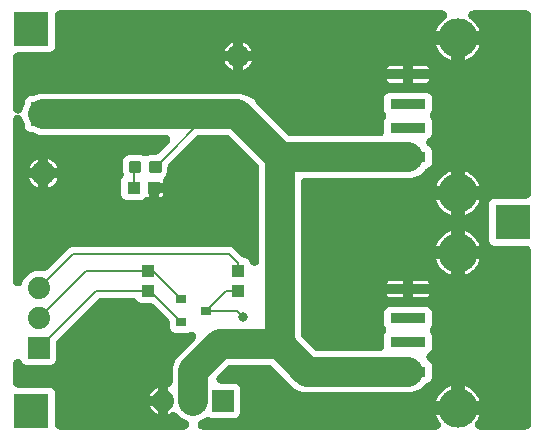
<source format=gbr>
G04 EAGLE Gerber RS-274X export*
G75*
%MOMM*%
%FSLAX34Y34*%
%LPD*%
%INTop Copper*%
%IPPOS*%
%AMOC8*
5,1,8,0,0,1.08239X$1,22.5*%
G01*
%ADD10C,1.930400*%
%ADD11R,1.930400X1.930400*%
%ADD12C,0.300000*%
%ADD13R,0.900000X0.800000*%
%ADD14R,1.000000X1.100000*%
%ADD15R,1.100000X1.000000*%
%ADD16C,3.327400*%
%ADD17R,3.000000X0.900000*%
%ADD18R,1.879600X1.879600*%
%ADD19C,1.879600*%
%ADD20R,2.032000X2.032000*%
%ADD21C,2.032000*%
%ADD22C,0.203200*%
%ADD23C,0.806400*%
%ADD24C,0.830581*%
%ADD25C,2.500000*%
%ADD26R,3.000000X3.000000*%

G36*
X369517Y11187D02*
X369517Y11187D01*
X369672Y11188D01*
X369804Y11207D01*
X369938Y11217D01*
X370089Y11249D01*
X370242Y11271D01*
X370370Y11308D01*
X370502Y11336D01*
X370647Y11388D01*
X370795Y11431D01*
X370917Y11486D01*
X371043Y11532D01*
X371180Y11604D01*
X371320Y11667D01*
X371434Y11738D01*
X371553Y11801D01*
X371678Y11891D01*
X371808Y11973D01*
X371911Y12059D01*
X372020Y12138D01*
X372131Y12244D01*
X372249Y12343D01*
X372339Y12443D01*
X372436Y12536D01*
X372532Y12657D01*
X372635Y12771D01*
X372710Y12883D01*
X372793Y12988D01*
X372871Y13121D01*
X372957Y13249D01*
X373016Y13369D01*
X373084Y13485D01*
X373143Y13628D01*
X373210Y13766D01*
X373252Y13894D01*
X373303Y14018D01*
X373342Y14167D01*
X373390Y14313D01*
X373413Y14446D01*
X373447Y14575D01*
X373464Y14728D01*
X373491Y14880D01*
X373497Y15015D01*
X373512Y15148D01*
X373508Y15302D01*
X373514Y15456D01*
X373500Y15590D01*
X373497Y15724D01*
X373472Y15876D01*
X373456Y16029D01*
X373425Y16159D01*
X373403Y16292D01*
X373356Y16439D01*
X373320Y16589D01*
X373271Y16713D01*
X373230Y16842D01*
X373164Y16981D01*
X373108Y17124D01*
X373041Y17241D01*
X372984Y17362D01*
X372899Y17491D01*
X372823Y17625D01*
X372702Y17791D01*
X372668Y17844D01*
X372646Y17869D01*
X372610Y17918D01*
X372165Y18476D01*
X371019Y20300D01*
X370084Y22241D01*
X369534Y23813D01*
X386204Y23813D01*
X386401Y23827D01*
X386599Y23832D01*
X386688Y23847D01*
X386779Y23853D01*
X386972Y23894D01*
X387167Y23926D01*
X387254Y23954D01*
X387342Y23972D01*
X387528Y24039D01*
X387717Y24099D01*
X387799Y24137D01*
X387836Y24151D01*
X387974Y24087D01*
X388061Y24060D01*
X388145Y24026D01*
X388336Y23976D01*
X388525Y23919D01*
X388615Y23905D01*
X388702Y23882D01*
X388898Y23860D01*
X389094Y23829D01*
X389218Y23824D01*
X389275Y23817D01*
X389332Y23819D01*
X389456Y23813D01*
X406126Y23813D01*
X405576Y22241D01*
X404641Y20300D01*
X403495Y18476D01*
X403050Y17918D01*
X402963Y17791D01*
X402867Y17670D01*
X402799Y17554D01*
X402723Y17444D01*
X402654Y17306D01*
X402576Y17173D01*
X402525Y17049D01*
X402465Y16929D01*
X402416Y16783D01*
X402357Y16640D01*
X402323Y16510D01*
X402280Y16383D01*
X402252Y16232D01*
X402213Y16082D01*
X402198Y15949D01*
X402173Y15817D01*
X402166Y15663D01*
X402148Y15510D01*
X402152Y15376D01*
X402145Y15242D01*
X402159Y15088D01*
X402163Y14934D01*
X402185Y14802D01*
X402197Y14668D01*
X402232Y14518D01*
X402257Y14366D01*
X402298Y14238D01*
X402328Y14107D01*
X402383Y13964D01*
X402430Y13816D01*
X402487Y13695D01*
X402535Y13570D01*
X402610Y13435D01*
X402676Y13296D01*
X402750Y13183D01*
X402815Y13066D01*
X402908Y12943D01*
X402992Y12814D01*
X403081Y12713D01*
X403162Y12606D01*
X403270Y12497D01*
X403372Y12381D01*
X403474Y12293D01*
X403568Y12199D01*
X403691Y12106D01*
X403808Y12005D01*
X403921Y11932D01*
X404028Y11851D01*
X404162Y11776D01*
X404292Y11693D01*
X404414Y11636D01*
X404531Y11571D01*
X404675Y11515D01*
X404815Y11450D01*
X404943Y11411D01*
X405068Y11363D01*
X405218Y11327D01*
X405366Y11282D01*
X405498Y11261D01*
X405629Y11231D01*
X405782Y11217D01*
X405935Y11193D01*
X406140Y11184D01*
X406202Y11178D01*
X406236Y11179D01*
X406296Y11177D01*
X445681Y11177D01*
X445878Y11190D01*
X446076Y11196D01*
X446165Y11210D01*
X446256Y11217D01*
X446449Y11258D01*
X446644Y11290D01*
X446731Y11317D01*
X446819Y11336D01*
X447005Y11403D01*
X447194Y11462D01*
X447276Y11501D01*
X447361Y11532D01*
X447535Y11624D01*
X447714Y11709D01*
X447790Y11758D01*
X447870Y11801D01*
X448030Y11916D01*
X448196Y12025D01*
X448264Y12085D01*
X448337Y12138D01*
X448480Y12274D01*
X448629Y12405D01*
X448688Y12473D01*
X448754Y12536D01*
X448876Y12691D01*
X449005Y12841D01*
X449054Y12917D01*
X449110Y12988D01*
X449210Y13159D01*
X449317Y13325D01*
X449356Y13407D01*
X449401Y13485D01*
X449477Y13668D01*
X449560Y13847D01*
X449586Y13934D01*
X449621Y14018D01*
X449670Y14209D01*
X449728Y14398D01*
X449742Y14488D01*
X449764Y14575D01*
X449787Y14772D01*
X449817Y14967D01*
X449823Y15091D01*
X449829Y15148D01*
X449828Y15205D01*
X449833Y15329D01*
X449833Y162537D01*
X449820Y162734D01*
X449814Y162932D01*
X449800Y163021D01*
X449793Y163112D01*
X449752Y163305D01*
X449720Y163500D01*
X449693Y163587D01*
X449674Y163675D01*
X449607Y163861D01*
X449548Y164050D01*
X449509Y164132D01*
X449478Y164217D01*
X449386Y164391D01*
X449301Y164570D01*
X449252Y164646D01*
X449209Y164726D01*
X449094Y164886D01*
X448985Y165052D01*
X448925Y165120D01*
X448872Y165193D01*
X448736Y165336D01*
X448605Y165485D01*
X448537Y165544D01*
X448474Y165610D01*
X448319Y165732D01*
X448169Y165861D01*
X448093Y165910D01*
X448022Y165966D01*
X447851Y166066D01*
X447685Y166173D01*
X447603Y166212D01*
X447525Y166257D01*
X447342Y166333D01*
X447163Y166416D01*
X447076Y166442D01*
X446992Y166477D01*
X446801Y166526D01*
X446612Y166584D01*
X446522Y166598D01*
X446435Y166620D01*
X446238Y166643D01*
X446043Y166673D01*
X445919Y166679D01*
X445862Y166685D01*
X445805Y166684D01*
X445681Y166689D01*
X418345Y166689D01*
X416507Y167451D01*
X415101Y168857D01*
X414339Y170695D01*
X414339Y202685D01*
X415101Y204523D01*
X416507Y205929D01*
X418345Y206691D01*
X445681Y206691D01*
X445878Y206704D01*
X446076Y206710D01*
X446165Y206724D01*
X446256Y206731D01*
X446449Y206772D01*
X446644Y206804D01*
X446731Y206831D01*
X446819Y206850D01*
X447005Y206917D01*
X447194Y206976D01*
X447276Y207015D01*
X447361Y207046D01*
X447535Y207138D01*
X447714Y207223D01*
X447790Y207272D01*
X447870Y207315D01*
X448030Y207430D01*
X448196Y207539D01*
X448264Y207599D01*
X448337Y207652D01*
X448480Y207788D01*
X448629Y207919D01*
X448688Y207987D01*
X448754Y208050D01*
X448876Y208205D01*
X449005Y208355D01*
X449054Y208431D01*
X449110Y208502D01*
X449210Y208673D01*
X449317Y208839D01*
X449356Y208921D01*
X449401Y208999D01*
X449477Y209182D01*
X449560Y209361D01*
X449586Y209448D01*
X449621Y209532D01*
X449670Y209723D01*
X449728Y209912D01*
X449742Y210002D01*
X449764Y210089D01*
X449787Y210286D01*
X449817Y210481D01*
X449823Y210605D01*
X449829Y210662D01*
X449828Y210719D01*
X449833Y210843D01*
X449833Y361861D01*
X449820Y362058D01*
X449814Y362256D01*
X449800Y362345D01*
X449793Y362436D01*
X449752Y362629D01*
X449720Y362824D01*
X449693Y362911D01*
X449674Y362999D01*
X449607Y363185D01*
X449548Y363374D01*
X449509Y363456D01*
X449478Y363541D01*
X449386Y363715D01*
X449301Y363894D01*
X449252Y363970D01*
X449209Y364050D01*
X449094Y364210D01*
X448985Y364376D01*
X448925Y364444D01*
X448872Y364517D01*
X448736Y364660D01*
X448605Y364809D01*
X448537Y364868D01*
X448474Y364934D01*
X448319Y365056D01*
X448169Y365185D01*
X448093Y365234D01*
X448022Y365290D01*
X447851Y365390D01*
X447685Y365497D01*
X447603Y365536D01*
X447525Y365581D01*
X447342Y365657D01*
X447163Y365740D01*
X447076Y365766D01*
X446992Y365801D01*
X446801Y365850D01*
X446612Y365908D01*
X446522Y365922D01*
X446435Y365944D01*
X446238Y365967D01*
X446043Y365997D01*
X445919Y366003D01*
X445862Y366009D01*
X445805Y366008D01*
X445681Y366013D01*
X400898Y366013D01*
X400619Y365994D01*
X400346Y365976D01*
X400335Y365974D01*
X400323Y365973D01*
X400050Y365916D01*
X399782Y365861D01*
X399771Y365857D01*
X399760Y365854D01*
X399500Y365760D01*
X399239Y365668D01*
X399229Y365662D01*
X399218Y365658D01*
X398973Y365529D01*
X398728Y365401D01*
X398719Y365395D01*
X398709Y365389D01*
X398484Y365227D01*
X398259Y365067D01*
X398251Y365059D01*
X398241Y365052D01*
X398041Y364861D01*
X397841Y364671D01*
X397834Y364662D01*
X397825Y364654D01*
X397653Y364437D01*
X397481Y364221D01*
X397476Y364211D01*
X397468Y364202D01*
X397329Y363964D01*
X397188Y363726D01*
X397183Y363715D01*
X397177Y363705D01*
X397072Y363450D01*
X396965Y363194D01*
X396962Y363183D01*
X396958Y363172D01*
X396889Y362904D01*
X396819Y362637D01*
X396817Y362626D01*
X396814Y362615D01*
X396783Y362339D01*
X396751Y362065D01*
X396751Y362054D01*
X396749Y362042D01*
X396757Y361765D01*
X396762Y361490D01*
X396764Y361478D01*
X396764Y361466D01*
X396810Y361193D01*
X396853Y360921D01*
X396857Y360910D01*
X396859Y360898D01*
X396942Y360633D01*
X397022Y360370D01*
X397027Y360360D01*
X397031Y360348D01*
X397150Y360097D01*
X397266Y359848D01*
X397272Y359839D01*
X397277Y359828D01*
X397430Y359596D01*
X397580Y359365D01*
X397587Y359356D01*
X397594Y359346D01*
X397776Y359139D01*
X397957Y358930D01*
X397966Y358922D01*
X397973Y358913D01*
X398183Y358733D01*
X398391Y358551D01*
X398403Y358543D01*
X398409Y358537D01*
X398435Y358521D01*
X398689Y358345D01*
X398945Y358184D01*
X400629Y356841D01*
X402152Y355318D01*
X403495Y353634D01*
X404641Y351810D01*
X405576Y349869D01*
X406126Y348297D01*
X389456Y348297D01*
X389259Y348283D01*
X389061Y348278D01*
X388972Y348263D01*
X388881Y348257D01*
X388688Y348216D01*
X388493Y348184D01*
X388406Y348156D01*
X388318Y348138D01*
X388132Y348071D01*
X387943Y348011D01*
X387861Y347973D01*
X387824Y347959D01*
X387686Y348023D01*
X387599Y348050D01*
X387515Y348084D01*
X387324Y348134D01*
X387135Y348191D01*
X387045Y348205D01*
X386958Y348228D01*
X386762Y348250D01*
X386566Y348281D01*
X386442Y348286D01*
X386385Y348293D01*
X386328Y348291D01*
X386204Y348297D01*
X369534Y348297D01*
X370084Y349869D01*
X371019Y351810D01*
X372165Y353634D01*
X373508Y355318D01*
X375031Y356841D01*
X376715Y358184D01*
X376971Y358345D01*
X377195Y358508D01*
X377419Y358670D01*
X377427Y358678D01*
X377436Y358685D01*
X377635Y358877D01*
X377835Y359068D01*
X377842Y359077D01*
X377850Y359085D01*
X378020Y359303D01*
X378192Y359520D01*
X378198Y359530D01*
X378205Y359539D01*
X378342Y359777D01*
X378483Y360017D01*
X378487Y360028D01*
X378493Y360038D01*
X378596Y360292D01*
X378702Y360550D01*
X378705Y360561D01*
X378709Y360572D01*
X378777Y360840D01*
X378846Y361108D01*
X378847Y361119D01*
X378850Y361131D01*
X378879Y361405D01*
X378911Y361680D01*
X378910Y361692D01*
X378911Y361703D01*
X378903Y361978D01*
X378896Y362256D01*
X378894Y362267D01*
X378893Y362279D01*
X378847Y362550D01*
X378801Y362824D01*
X378798Y362835D01*
X378796Y362847D01*
X378712Y363108D01*
X378629Y363374D01*
X378624Y363384D01*
X378621Y363395D01*
X378502Y363643D01*
X378383Y363894D01*
X378376Y363904D01*
X378371Y363915D01*
X378219Y364144D01*
X378066Y364376D01*
X378059Y364384D01*
X378052Y364394D01*
X377869Y364600D01*
X377687Y364809D01*
X377678Y364816D01*
X377670Y364825D01*
X377460Y365004D01*
X377251Y365185D01*
X377241Y365191D01*
X377232Y365199D01*
X376999Y365348D01*
X376767Y365497D01*
X376756Y365502D01*
X376746Y365509D01*
X376495Y365623D01*
X376244Y365740D01*
X376233Y365743D01*
X376222Y365748D01*
X375956Y365827D01*
X375693Y365908D01*
X375682Y365909D01*
X375670Y365913D01*
X375398Y365954D01*
X375124Y365997D01*
X375110Y365998D01*
X375101Y365999D01*
X375071Y366000D01*
X374762Y366013D01*
X50823Y366013D01*
X50626Y366000D01*
X50428Y365994D01*
X50339Y365980D01*
X50248Y365973D01*
X50055Y365932D01*
X49860Y365900D01*
X49773Y365873D01*
X49685Y365854D01*
X49499Y365787D01*
X49310Y365728D01*
X49228Y365689D01*
X49143Y365658D01*
X48969Y365566D01*
X48790Y365481D01*
X48714Y365432D01*
X48634Y365389D01*
X48474Y365274D01*
X48308Y365165D01*
X48240Y365105D01*
X48167Y365052D01*
X48024Y364916D01*
X47875Y364785D01*
X47816Y364717D01*
X47750Y364654D01*
X47628Y364499D01*
X47499Y364349D01*
X47450Y364273D01*
X47394Y364202D01*
X47294Y364031D01*
X47187Y363865D01*
X47148Y363783D01*
X47103Y363705D01*
X47027Y363522D01*
X46944Y363343D01*
X46918Y363256D01*
X46883Y363172D01*
X46834Y362981D01*
X46776Y362792D01*
X46762Y362702D01*
X46740Y362615D01*
X46717Y362418D01*
X46687Y362223D01*
X46681Y362099D01*
X46675Y362042D01*
X46676Y361985D01*
X46671Y361861D01*
X46671Y334525D01*
X45909Y332687D01*
X44503Y331281D01*
X42665Y330519D01*
X15329Y330519D01*
X15132Y330506D01*
X14934Y330500D01*
X14845Y330486D01*
X14754Y330479D01*
X14561Y330438D01*
X14366Y330406D01*
X14279Y330379D01*
X14191Y330360D01*
X14005Y330293D01*
X13816Y330234D01*
X13734Y330195D01*
X13649Y330164D01*
X13475Y330072D01*
X13296Y329987D01*
X13220Y329938D01*
X13140Y329895D01*
X12980Y329780D01*
X12814Y329671D01*
X12746Y329611D01*
X12673Y329558D01*
X12530Y329422D01*
X12381Y329291D01*
X12322Y329223D01*
X12256Y329160D01*
X12134Y329005D01*
X12005Y328855D01*
X11956Y328779D01*
X11900Y328708D01*
X11800Y328537D01*
X11693Y328371D01*
X11654Y328289D01*
X11609Y328211D01*
X11533Y328028D01*
X11450Y327849D01*
X11424Y327762D01*
X11389Y327678D01*
X11340Y327487D01*
X11282Y327298D01*
X11268Y327208D01*
X11246Y327121D01*
X11223Y326924D01*
X11193Y326729D01*
X11187Y326605D01*
X11181Y326548D01*
X11182Y326491D01*
X11177Y326367D01*
X11177Y282803D01*
X11180Y282754D01*
X11178Y282705D01*
X11200Y282467D01*
X11217Y282229D01*
X11227Y282180D01*
X11232Y282131D01*
X11286Y281899D01*
X11336Y281665D01*
X11353Y281619D01*
X11364Y281571D01*
X11451Y281348D01*
X11532Y281124D01*
X11555Y281080D01*
X11573Y281034D01*
X11689Y280825D01*
X11801Y280614D01*
X11830Y280574D01*
X11854Y280531D01*
X11998Y280340D01*
X12138Y280147D01*
X12172Y280111D01*
X12202Y280072D01*
X12371Y279904D01*
X12536Y279731D01*
X12575Y279700D01*
X12610Y279665D01*
X12800Y279522D01*
X12988Y279374D01*
X13031Y279349D01*
X13070Y279319D01*
X13279Y279204D01*
X13485Y279083D01*
X13531Y279064D01*
X13574Y279040D01*
X13797Y278954D01*
X14018Y278864D01*
X14066Y278851D01*
X14112Y278834D01*
X14345Y278780D01*
X14575Y278720D01*
X14625Y278715D01*
X14673Y278703D01*
X14910Y278682D01*
X15148Y278655D01*
X15197Y278656D01*
X15247Y278652D01*
X15485Y278664D01*
X15724Y278670D01*
X15772Y278678D01*
X15822Y278681D01*
X16056Y278725D01*
X16292Y278764D01*
X16339Y278779D01*
X16388Y278789D01*
X16614Y278865D01*
X16842Y278937D01*
X16886Y278958D01*
X16933Y278974D01*
X17146Y279081D01*
X17362Y279183D01*
X17404Y279210D01*
X17448Y279233D01*
X17644Y279368D01*
X17844Y279499D01*
X17881Y279532D01*
X17921Y279560D01*
X18097Y279722D01*
X18277Y279879D01*
X18309Y279917D01*
X18345Y279950D01*
X18497Y280134D01*
X18653Y280315D01*
X18680Y280357D01*
X18711Y280395D01*
X18836Y280598D01*
X18965Y280799D01*
X18986Y280844D01*
X19012Y280886D01*
X19165Y281214D01*
X21353Y286497D01*
X21372Y286552D01*
X21396Y286604D01*
X21463Y286825D01*
X21536Y287043D01*
X21547Y287100D01*
X21564Y287156D01*
X21600Y287384D01*
X21642Y287610D01*
X21644Y287667D01*
X21653Y287724D01*
X21669Y288086D01*
X21669Y289285D01*
X22431Y291123D01*
X23837Y292529D01*
X25675Y293291D01*
X26874Y293291D01*
X26931Y293295D01*
X26989Y293292D01*
X27218Y293315D01*
X27448Y293331D01*
X27505Y293343D01*
X27562Y293348D01*
X27786Y293402D01*
X28012Y293450D01*
X28066Y293469D01*
X28122Y293483D01*
X28463Y293607D01*
X33349Y295631D01*
X204541Y295631D01*
X210973Y292966D01*
X211054Y292885D01*
X211098Y292847D01*
X211137Y292805D01*
X211315Y292659D01*
X211489Y292507D01*
X211537Y292476D01*
X211582Y292439D01*
X211779Y292319D01*
X211972Y292193D01*
X212024Y292169D01*
X212073Y292138D01*
X212401Y291985D01*
X214415Y291151D01*
X215821Y289745D01*
X216655Y287731D01*
X216681Y287680D01*
X216701Y287625D01*
X216809Y287422D01*
X216827Y287387D01*
X216850Y287338D01*
X216855Y287331D01*
X216912Y287216D01*
X216945Y287168D01*
X216972Y287117D01*
X217107Y286931D01*
X217238Y286741D01*
X217277Y286698D01*
X217311Y286651D01*
X217555Y286384D01*
X243363Y260577D01*
X243369Y260571D01*
X243375Y260565D01*
X243583Y260385D01*
X243797Y260199D01*
X243805Y260194D01*
X243811Y260189D01*
X244044Y260038D01*
X244280Y259885D01*
X244288Y259881D01*
X244295Y259877D01*
X244549Y259758D01*
X244802Y259640D01*
X244810Y259638D01*
X244817Y259634D01*
X245087Y259552D01*
X245352Y259470D01*
X245360Y259469D01*
X245368Y259466D01*
X245649Y259422D01*
X245921Y259378D01*
X245929Y259378D01*
X245937Y259377D01*
X246299Y259361D01*
X321557Y259361D01*
X321754Y259374D01*
X321952Y259380D01*
X322041Y259394D01*
X322132Y259401D01*
X322325Y259442D01*
X322520Y259474D01*
X322607Y259501D01*
X322695Y259520D01*
X322881Y259587D01*
X323070Y259646D01*
X323152Y259685D01*
X323237Y259716D01*
X323411Y259808D01*
X323590Y259893D01*
X323666Y259942D01*
X323746Y259985D01*
X323906Y260100D01*
X324072Y260209D01*
X324140Y260269D01*
X324213Y260322D01*
X324356Y260458D01*
X324505Y260589D01*
X324564Y260657D01*
X324630Y260720D01*
X324752Y260875D01*
X324881Y261025D01*
X324930Y261101D01*
X324986Y261172D01*
X325086Y261343D01*
X325193Y261509D01*
X325232Y261591D01*
X325277Y261669D01*
X325353Y261852D01*
X325436Y262031D01*
X325462Y262118D01*
X325497Y262202D01*
X325546Y262393D01*
X325604Y262582D01*
X325618Y262672D01*
X325640Y262759D01*
X325663Y262956D01*
X325693Y263151D01*
X325699Y263275D01*
X325705Y263332D01*
X325704Y263389D01*
X325709Y263513D01*
X325709Y272355D01*
X326498Y274259D01*
X326520Y274290D01*
X326580Y274358D01*
X326688Y274524D01*
X326803Y274685D01*
X326845Y274765D01*
X326894Y274841D01*
X326978Y275020D01*
X327070Y275195D01*
X327100Y275281D01*
X327139Y275363D01*
X327197Y275552D01*
X327263Y275738D01*
X327282Y275826D01*
X327309Y275913D01*
X327340Y276108D01*
X327380Y276302D01*
X327386Y276392D01*
X327401Y276482D01*
X327405Y276679D01*
X327418Y276877D01*
X327411Y276967D01*
X327413Y277057D01*
X327390Y277254D01*
X327376Y277451D01*
X327357Y277539D01*
X327346Y277629D01*
X327296Y277821D01*
X327254Y278014D01*
X327223Y278099D01*
X327200Y278187D01*
X327124Y278369D01*
X327056Y278555D01*
X327014Y278635D01*
X326979Y278718D01*
X326878Y278889D01*
X326785Y279063D01*
X326732Y279136D01*
X326686Y279214D01*
X326563Y279369D01*
X326501Y279454D01*
X325709Y281365D01*
X325709Y292355D01*
X326471Y294193D01*
X327877Y295599D01*
X329715Y296361D01*
X361705Y296361D01*
X363543Y295599D01*
X364949Y294193D01*
X365711Y292355D01*
X365711Y281365D01*
X364922Y279461D01*
X364900Y279430D01*
X364840Y279361D01*
X364732Y279196D01*
X364617Y279035D01*
X364575Y278955D01*
X364526Y278879D01*
X364442Y278700D01*
X364350Y278524D01*
X364320Y278439D01*
X364281Y278357D01*
X364223Y278169D01*
X364156Y277982D01*
X364138Y277893D01*
X364111Y277807D01*
X364080Y277612D01*
X364040Y277418D01*
X364034Y277327D01*
X364019Y277238D01*
X364015Y277041D01*
X364002Y276843D01*
X364009Y276753D01*
X364007Y276662D01*
X364030Y276466D01*
X364044Y276269D01*
X364063Y276180D01*
X364074Y276090D01*
X364124Y275899D01*
X364166Y275706D01*
X364197Y275621D01*
X364220Y275533D01*
X364296Y275350D01*
X364364Y275165D01*
X364406Y275085D01*
X364441Y275001D01*
X364542Y274831D01*
X364635Y274657D01*
X364688Y274583D01*
X364734Y274505D01*
X364857Y274351D01*
X364919Y274266D01*
X365711Y272355D01*
X365711Y261365D01*
X364949Y259527D01*
X363531Y258109D01*
X363379Y258024D01*
X363210Y257939D01*
X363128Y257883D01*
X363041Y257835D01*
X362891Y257721D01*
X362734Y257614D01*
X362661Y257547D01*
X362582Y257487D01*
X362449Y257353D01*
X362309Y257225D01*
X362246Y257149D01*
X362176Y257079D01*
X362062Y256928D01*
X361941Y256782D01*
X361889Y256698D01*
X361830Y256619D01*
X361738Y256453D01*
X361639Y256292D01*
X361599Y256201D01*
X361551Y256115D01*
X361483Y255938D01*
X361407Y255765D01*
X361380Y255670D01*
X361344Y255577D01*
X361301Y255393D01*
X361250Y255211D01*
X361236Y255112D01*
X361214Y255016D01*
X361197Y254828D01*
X361171Y254640D01*
X361171Y254541D01*
X361163Y254442D01*
X361172Y254253D01*
X361172Y254064D01*
X361186Y253966D01*
X361191Y253867D01*
X361227Y253681D01*
X361253Y253494D01*
X361281Y253398D01*
X361299Y253301D01*
X361360Y253122D01*
X361412Y252940D01*
X361452Y252850D01*
X361484Y252756D01*
X361569Y252587D01*
X361646Y252414D01*
X361699Y252330D01*
X361743Y252241D01*
X361851Y252085D01*
X361951Y251925D01*
X362014Y251849D01*
X362071Y251767D01*
X362199Y251628D01*
X362320Y251483D01*
X362393Y251417D01*
X362461Y251344D01*
X362607Y251223D01*
X362747Y251096D01*
X362829Y251041D01*
X362906Y250978D01*
X363067Y250879D01*
X363223Y250772D01*
X363312Y250729D01*
X363397Y250677D01*
X363525Y250617D01*
X364949Y249193D01*
X365711Y247355D01*
X365711Y236365D01*
X364949Y234527D01*
X363543Y233121D01*
X361195Y232148D01*
X361143Y232122D01*
X361089Y232102D01*
X360885Y231994D01*
X360679Y231891D01*
X360632Y231859D01*
X360581Y231831D01*
X360394Y231696D01*
X360204Y231566D01*
X360162Y231527D01*
X360115Y231493D01*
X359848Y231248D01*
X355623Y227024D01*
X349191Y224359D01*
X258983Y224359D01*
X258786Y224346D01*
X258588Y224340D01*
X258499Y224326D01*
X258408Y224319D01*
X258215Y224278D01*
X258020Y224246D01*
X257933Y224219D01*
X257845Y224200D01*
X257659Y224133D01*
X257470Y224074D01*
X257388Y224035D01*
X257303Y224004D01*
X257129Y223912D01*
X256950Y223827D01*
X256874Y223778D01*
X256794Y223735D01*
X256634Y223620D01*
X256468Y223511D01*
X256400Y223451D01*
X256327Y223398D01*
X256184Y223262D01*
X256035Y223131D01*
X255976Y223063D01*
X255910Y223000D01*
X255788Y222845D01*
X255659Y222695D01*
X255610Y222619D01*
X255554Y222548D01*
X255454Y222377D01*
X255347Y222211D01*
X255308Y222129D01*
X255263Y222051D01*
X255187Y221868D01*
X255104Y221689D01*
X255078Y221602D01*
X255043Y221518D01*
X254994Y221327D01*
X254936Y221138D01*
X254922Y221048D01*
X254900Y220961D01*
X254877Y220764D01*
X254847Y220569D01*
X254841Y220445D01*
X254835Y220388D01*
X254836Y220331D01*
X254831Y220207D01*
X254831Y91679D01*
X254831Y91671D01*
X254831Y91662D01*
X254851Y91386D01*
X254871Y91104D01*
X254872Y91096D01*
X254873Y91088D01*
X254931Y90817D01*
X254990Y90541D01*
X254993Y90533D01*
X254994Y90525D01*
X255091Y90262D01*
X255186Y89999D01*
X255190Y89992D01*
X255192Y89984D01*
X255323Y89738D01*
X255455Y89490D01*
X255460Y89483D01*
X255463Y89476D01*
X255627Y89251D01*
X255792Y89023D01*
X255797Y89017D01*
X255802Y89010D01*
X256047Y88743D01*
X265823Y78967D01*
X265829Y78961D01*
X265835Y78955D01*
X266045Y78773D01*
X266257Y78589D01*
X266264Y78584D01*
X266271Y78579D01*
X266506Y78427D01*
X266740Y78275D01*
X266748Y78271D01*
X266755Y78267D01*
X267009Y78148D01*
X267262Y78030D01*
X267270Y78028D01*
X267277Y78024D01*
X267547Y77942D01*
X267812Y77860D01*
X267820Y77859D01*
X267828Y77856D01*
X268109Y77812D01*
X268381Y77768D01*
X268389Y77768D01*
X268397Y77767D01*
X268759Y77751D01*
X321557Y77751D01*
X321754Y77764D01*
X321952Y77770D01*
X322041Y77784D01*
X322132Y77791D01*
X322325Y77832D01*
X322520Y77864D01*
X322607Y77891D01*
X322695Y77910D01*
X322881Y77977D01*
X323070Y78036D01*
X323152Y78075D01*
X323237Y78106D01*
X323411Y78198D01*
X323590Y78283D01*
X323666Y78332D01*
X323746Y78375D01*
X323906Y78490D01*
X324072Y78599D01*
X324140Y78659D01*
X324213Y78712D01*
X324356Y78848D01*
X324505Y78979D01*
X324564Y79047D01*
X324630Y79110D01*
X324752Y79265D01*
X324881Y79415D01*
X324930Y79491D01*
X324986Y79562D01*
X325086Y79733D01*
X325193Y79899D01*
X325232Y79981D01*
X325277Y80059D01*
X325353Y80242D01*
X325436Y80421D01*
X325462Y80508D01*
X325497Y80592D01*
X325546Y80783D01*
X325604Y80972D01*
X325618Y81062D01*
X325640Y81149D01*
X325663Y81346D01*
X325693Y81541D01*
X325699Y81665D01*
X325705Y81722D01*
X325704Y81779D01*
X325709Y81903D01*
X325709Y90745D01*
X326498Y92649D01*
X326520Y92680D01*
X326580Y92749D01*
X326688Y92914D01*
X326803Y93075D01*
X326845Y93155D01*
X326894Y93231D01*
X326978Y93410D01*
X327070Y93586D01*
X327100Y93671D01*
X327139Y93753D01*
X327197Y93941D01*
X327264Y94128D01*
X327282Y94217D01*
X327309Y94303D01*
X327340Y94498D01*
X327380Y94692D01*
X327386Y94783D01*
X327401Y94872D01*
X327405Y95069D01*
X327418Y95267D01*
X327411Y95357D01*
X327413Y95448D01*
X327390Y95644D01*
X327376Y95841D01*
X327357Y95930D01*
X327346Y96020D01*
X327296Y96211D01*
X327254Y96404D01*
X327223Y96489D01*
X327200Y96577D01*
X327124Y96760D01*
X327056Y96945D01*
X327014Y97025D01*
X326979Y97109D01*
X326878Y97279D01*
X326785Y97453D01*
X326732Y97527D01*
X326686Y97605D01*
X326563Y97759D01*
X326501Y97844D01*
X325709Y99755D01*
X325709Y110745D01*
X326471Y112583D01*
X327877Y113989D01*
X329715Y114751D01*
X361705Y114751D01*
X363543Y113989D01*
X364949Y112583D01*
X365711Y110745D01*
X365711Y99755D01*
X364922Y97851D01*
X364900Y97820D01*
X364840Y97752D01*
X364732Y97586D01*
X364617Y97425D01*
X364575Y97345D01*
X364526Y97269D01*
X364442Y97090D01*
X364350Y96915D01*
X364320Y96829D01*
X364281Y96747D01*
X364223Y96558D01*
X364157Y96372D01*
X364138Y96284D01*
X364111Y96197D01*
X364080Y96002D01*
X364040Y95808D01*
X364034Y95718D01*
X364019Y95628D01*
X364015Y95431D01*
X364002Y95233D01*
X364009Y95143D01*
X364007Y95053D01*
X364030Y94856D01*
X364044Y94659D01*
X364063Y94571D01*
X364074Y94481D01*
X364124Y94289D01*
X364166Y94096D01*
X364197Y94011D01*
X364220Y93923D01*
X364296Y93741D01*
X364364Y93555D01*
X364406Y93475D01*
X364441Y93392D01*
X364542Y93221D01*
X364635Y93047D01*
X364688Y92974D01*
X364734Y92896D01*
X364857Y92741D01*
X364919Y92656D01*
X365711Y90745D01*
X365711Y79755D01*
X364949Y77917D01*
X363531Y76499D01*
X363379Y76414D01*
X363210Y76329D01*
X363128Y76273D01*
X363042Y76225D01*
X362890Y76111D01*
X362734Y76004D01*
X362661Y75937D01*
X362582Y75877D01*
X362449Y75743D01*
X362309Y75615D01*
X362246Y75539D01*
X362176Y75469D01*
X362062Y75318D01*
X361941Y75172D01*
X361889Y75088D01*
X361830Y75009D01*
X361738Y74843D01*
X361639Y74682D01*
X361599Y74591D01*
X361551Y74505D01*
X361483Y74328D01*
X361407Y74155D01*
X361380Y74059D01*
X361344Y73967D01*
X361301Y73783D01*
X361250Y73601D01*
X361236Y73502D01*
X361214Y73406D01*
X361197Y73218D01*
X361171Y73030D01*
X361171Y72931D01*
X361163Y72832D01*
X361172Y72643D01*
X361172Y72454D01*
X361186Y72356D01*
X361191Y72257D01*
X361227Y72071D01*
X361253Y71884D01*
X361281Y71789D01*
X361299Y71691D01*
X361360Y71512D01*
X361412Y71330D01*
X361452Y71240D01*
X361484Y71146D01*
X361569Y70977D01*
X361646Y70804D01*
X361699Y70720D01*
X361743Y70631D01*
X361851Y70475D01*
X361951Y70315D01*
X362014Y70239D01*
X362071Y70157D01*
X362199Y70018D01*
X362320Y69873D01*
X362394Y69806D01*
X362461Y69734D01*
X362607Y69613D01*
X362747Y69486D01*
X362829Y69431D01*
X362905Y69368D01*
X363067Y69269D01*
X363224Y69162D01*
X363312Y69119D01*
X363397Y69067D01*
X363525Y69007D01*
X364949Y67583D01*
X365711Y65745D01*
X365711Y54755D01*
X364949Y52917D01*
X363543Y51511D01*
X361195Y50538D01*
X361143Y50512D01*
X361089Y50492D01*
X360886Y50384D01*
X360679Y50281D01*
X360632Y50249D01*
X360581Y50221D01*
X360394Y50086D01*
X360204Y49956D01*
X360161Y49917D01*
X360115Y49883D01*
X359848Y49638D01*
X355623Y45414D01*
X349191Y42749D01*
X256309Y42749D01*
X249877Y45414D01*
X230347Y64943D01*
X230341Y64949D01*
X230335Y64955D01*
X230125Y65137D01*
X229913Y65321D01*
X229906Y65326D01*
X229899Y65331D01*
X229664Y65483D01*
X229430Y65635D01*
X229422Y65639D01*
X229415Y65643D01*
X229161Y65762D01*
X228908Y65880D01*
X228900Y65882D01*
X228893Y65886D01*
X228623Y65968D01*
X228358Y66050D01*
X228350Y66051D01*
X228342Y66054D01*
X228061Y66098D01*
X227789Y66142D01*
X227781Y66142D01*
X227773Y66143D01*
X227411Y66159D01*
X195499Y66159D01*
X195491Y66159D01*
X195482Y66159D01*
X195206Y66139D01*
X194924Y66119D01*
X194916Y66118D01*
X194908Y66117D01*
X194638Y66059D01*
X194361Y66000D01*
X194353Y65997D01*
X194345Y65996D01*
X194083Y65900D01*
X193819Y65804D01*
X193812Y65800D01*
X193804Y65798D01*
X193558Y65667D01*
X193310Y65535D01*
X193303Y65530D01*
X193296Y65527D01*
X193069Y65362D01*
X192843Y65198D01*
X192837Y65193D01*
X192830Y65188D01*
X192563Y64943D01*
X184667Y57047D01*
X184602Y56972D01*
X184530Y56904D01*
X184413Y56755D01*
X184289Y56612D01*
X184235Y56530D01*
X184173Y56452D01*
X184078Y56288D01*
X183974Y56130D01*
X183932Y56040D01*
X183882Y55955D01*
X183810Y55779D01*
X183730Y55608D01*
X183701Y55514D01*
X183663Y55422D01*
X183616Y55239D01*
X183560Y55058D01*
X183544Y54960D01*
X183519Y54864D01*
X183498Y54676D01*
X183468Y54489D01*
X183466Y54390D01*
X183454Y54292D01*
X183459Y54102D01*
X183455Y53913D01*
X183467Y53815D01*
X183469Y53716D01*
X183500Y53529D01*
X183522Y53341D01*
X183547Y53246D01*
X183564Y53148D01*
X183620Y52967D01*
X183668Y52784D01*
X183706Y52693D01*
X183736Y52598D01*
X183817Y52427D01*
X183890Y52252D01*
X183940Y52167D01*
X183982Y52078D01*
X184086Y51919D01*
X184183Y51756D01*
X184244Y51679D01*
X184299Y51596D01*
X184423Y51454D01*
X184541Y51306D01*
X184613Y51238D01*
X184678Y51163D01*
X184822Y51040D01*
X184959Y50909D01*
X185040Y50851D01*
X185114Y50787D01*
X185273Y50684D01*
X185428Y50574D01*
X185515Y50528D01*
X185598Y50475D01*
X185770Y50395D01*
X185938Y50307D01*
X186031Y50274D01*
X186121Y50232D01*
X186302Y50177D01*
X186480Y50113D01*
X186577Y50093D01*
X186672Y50064D01*
X186859Y50035D01*
X187044Y49996D01*
X187143Y49990D01*
X187241Y49975D01*
X187603Y49959D01*
X199623Y49959D01*
X201461Y49197D01*
X202867Y47791D01*
X203629Y45953D01*
X203629Y25167D01*
X202867Y23329D01*
X201461Y21923D01*
X199623Y21161D01*
X178837Y21161D01*
X178108Y21463D01*
X177874Y21542D01*
X177641Y21625D01*
X177601Y21633D01*
X177562Y21646D01*
X177319Y21692D01*
X177077Y21742D01*
X177036Y21744D01*
X176996Y21752D01*
X176749Y21763D01*
X176502Y21779D01*
X176461Y21776D01*
X176420Y21778D01*
X176175Y21755D01*
X175928Y21737D01*
X175888Y21728D01*
X175847Y21725D01*
X175606Y21668D01*
X175365Y21616D01*
X175326Y21602D01*
X175286Y21592D01*
X175056Y21503D01*
X174824Y21418D01*
X174788Y21398D01*
X174749Y21383D01*
X174534Y21263D01*
X174316Y21147D01*
X174283Y21122D01*
X174247Y21102D01*
X174050Y20953D01*
X173850Y20808D01*
X173811Y20772D01*
X173788Y20754D01*
X173766Y20733D01*
X169981Y19165D01*
X169936Y19143D01*
X169890Y19126D01*
X169678Y19014D01*
X169465Y18908D01*
X169424Y18880D01*
X169380Y18857D01*
X169187Y18718D01*
X168990Y18583D01*
X168953Y18549D01*
X168913Y18520D01*
X168741Y18355D01*
X168564Y18194D01*
X168533Y18156D01*
X168497Y18122D01*
X168349Y17934D01*
X168197Y17751D01*
X168171Y17709D01*
X168140Y17670D01*
X168019Y17463D01*
X167894Y17261D01*
X167874Y17215D01*
X167849Y17173D01*
X167758Y16952D01*
X167662Y16734D01*
X167649Y16686D01*
X167630Y16640D01*
X167570Y16409D01*
X167505Y16179D01*
X167499Y16130D01*
X167486Y16082D01*
X167459Y15845D01*
X167427Y15609D01*
X167427Y15559D01*
X167421Y15510D01*
X167427Y15270D01*
X167428Y15033D01*
X167435Y14984D01*
X167436Y14934D01*
X167475Y14698D01*
X167509Y14462D01*
X167522Y14415D01*
X167530Y14366D01*
X167602Y14138D01*
X167668Y13909D01*
X167688Y13864D01*
X167703Y13816D01*
X167805Y13600D01*
X167902Y13382D01*
X167928Y13341D01*
X167949Y13296D01*
X168080Y13096D01*
X168206Y12894D01*
X168238Y12856D01*
X168265Y12814D01*
X168423Y12635D01*
X168576Y12452D01*
X168613Y12418D01*
X168645Y12381D01*
X168826Y12225D01*
X169003Y12065D01*
X169044Y12037D01*
X169081Y12005D01*
X169282Y11875D01*
X169479Y11741D01*
X169523Y11719D01*
X169565Y11693D01*
X169782Y11592D01*
X169996Y11487D01*
X170043Y11471D01*
X170088Y11450D01*
X170316Y11381D01*
X170543Y11306D01*
X170591Y11297D01*
X170639Y11282D01*
X170875Y11245D01*
X171109Y11202D01*
X171159Y11200D01*
X171208Y11193D01*
X171569Y11177D01*
X369364Y11177D01*
X369517Y11187D01*
G37*
G36*
X15485Y132436D02*
X15485Y132436D01*
X15724Y132442D01*
X15772Y132450D01*
X15822Y132453D01*
X16056Y132498D01*
X16292Y132537D01*
X16339Y132552D01*
X16388Y132561D01*
X16613Y132637D01*
X16842Y132709D01*
X16886Y132730D01*
X16933Y132746D01*
X17146Y132853D01*
X17362Y132955D01*
X17403Y132983D01*
X17448Y133005D01*
X17644Y133141D01*
X17844Y133272D01*
X17881Y133304D01*
X17921Y133332D01*
X18097Y133494D01*
X18277Y133651D01*
X18309Y133689D01*
X18345Y133722D01*
X18497Y133907D01*
X18653Y134087D01*
X18680Y134129D01*
X18711Y134167D01*
X18836Y134371D01*
X18965Y134571D01*
X18986Y134616D01*
X19012Y134658D01*
X19165Y134987D01*
X20813Y138966D01*
X24864Y143017D01*
X30156Y145209D01*
X35984Y145209D01*
X36006Y145201D01*
X36248Y145156D01*
X36491Y145106D01*
X36532Y145103D01*
X36573Y145096D01*
X36818Y145084D01*
X37066Y145068D01*
X37107Y145071D01*
X37148Y145069D01*
X37393Y145092D01*
X37640Y145110D01*
X37681Y145119D01*
X37721Y145123D01*
X37961Y145180D01*
X38203Y145232D01*
X38242Y145246D01*
X38282Y145255D01*
X38512Y145345D01*
X38744Y145430D01*
X38781Y145449D01*
X38819Y145464D01*
X39034Y145584D01*
X39252Y145701D01*
X39286Y145725D01*
X39322Y145745D01*
X39518Y145894D01*
X39718Y146040D01*
X39757Y146075D01*
X39781Y146093D01*
X39823Y146136D01*
X39985Y146284D01*
X58822Y165121D01*
X61033Y166037D01*
X195507Y166037D01*
X197718Y165121D01*
X205462Y157377D01*
X205468Y157371D01*
X205474Y157365D01*
X205685Y157183D01*
X205897Y156999D01*
X205904Y156994D01*
X205910Y156989D01*
X206146Y156837D01*
X206379Y156685D01*
X206387Y156681D01*
X206394Y156677D01*
X206648Y156558D01*
X206901Y156440D01*
X206909Y156438D01*
X206916Y156434D01*
X207186Y156352D01*
X207451Y156270D01*
X207459Y156269D01*
X207467Y156266D01*
X207749Y156222D01*
X207795Y156214D01*
X209763Y155399D01*
X211169Y153993D01*
X211841Y152371D01*
X211863Y152327D01*
X211880Y152280D01*
X211991Y152069D01*
X212098Y151856D01*
X212126Y151815D01*
X212149Y151771D01*
X212289Y151577D01*
X212423Y151381D01*
X212457Y151344D01*
X212486Y151304D01*
X212651Y151131D01*
X212812Y150955D01*
X212850Y150924D01*
X212884Y150888D01*
X213071Y150740D01*
X213255Y150588D01*
X213297Y150562D01*
X213336Y150531D01*
X213542Y150410D01*
X213745Y150285D01*
X213791Y150265D01*
X213833Y150240D01*
X214054Y150149D01*
X214272Y150053D01*
X214320Y150039D01*
X214366Y150021D01*
X214597Y149961D01*
X214827Y149896D01*
X214876Y149889D01*
X214924Y149877D01*
X215161Y149850D01*
X215397Y149818D01*
X215447Y149818D01*
X215496Y149812D01*
X215735Y149818D01*
X215973Y149819D01*
X216022Y149826D01*
X216072Y149827D01*
X216307Y149866D01*
X216544Y149899D01*
X216591Y149913D01*
X216640Y149921D01*
X216868Y149993D01*
X217097Y150058D01*
X217142Y150079D01*
X217190Y150093D01*
X217406Y150196D01*
X217624Y150293D01*
X217665Y150319D01*
X217710Y150340D01*
X217910Y150471D01*
X218112Y150597D01*
X218150Y150629D01*
X218192Y150656D01*
X218371Y150814D01*
X218554Y150967D01*
X218587Y151003D01*
X218625Y151036D01*
X218781Y151217D01*
X218941Y151394D01*
X218969Y151434D01*
X219001Y151472D01*
X219131Y151673D01*
X219265Y151870D01*
X219287Y151914D01*
X219313Y151956D01*
X219414Y152172D01*
X219519Y152387D01*
X219535Y152434D01*
X219556Y152478D01*
X219625Y152707D01*
X219700Y152933D01*
X219709Y152982D01*
X219724Y153029D01*
X219761Y153266D01*
X219804Y153500D01*
X219806Y153549D01*
X219813Y153598D01*
X219829Y153960D01*
X219829Y232891D01*
X219829Y232899D01*
X219829Y232908D01*
X219809Y233184D01*
X219789Y233466D01*
X219788Y233474D01*
X219787Y233482D01*
X219729Y233751D01*
X219670Y234029D01*
X219667Y234037D01*
X219666Y234045D01*
X219569Y234308D01*
X219474Y234571D01*
X219470Y234578D01*
X219468Y234586D01*
X219337Y234831D01*
X219205Y235080D01*
X219200Y235087D01*
X219197Y235094D01*
X219033Y235319D01*
X218868Y235547D01*
X218863Y235553D01*
X218858Y235560D01*
X218613Y235827D01*
X195027Y259413D01*
X195021Y259419D01*
X195015Y259425D01*
X194805Y259607D01*
X194593Y259791D01*
X194586Y259796D01*
X194579Y259801D01*
X194344Y259953D01*
X194110Y260105D01*
X194102Y260109D01*
X194095Y260113D01*
X193841Y260232D01*
X193588Y260350D01*
X193580Y260352D01*
X193573Y260356D01*
X193303Y260438D01*
X193038Y260520D01*
X193030Y260521D01*
X193022Y260524D01*
X192741Y260568D01*
X192469Y260612D01*
X192461Y260612D01*
X192453Y260613D01*
X192091Y260629D01*
X169138Y260629D01*
X169130Y260629D01*
X169122Y260629D01*
X168845Y260609D01*
X168563Y260589D01*
X168555Y260588D01*
X168547Y260587D01*
X168277Y260529D01*
X168000Y260470D01*
X167992Y260467D01*
X167984Y260466D01*
X167721Y260369D01*
X167458Y260274D01*
X167451Y260270D01*
X167443Y260268D01*
X167198Y260137D01*
X166949Y260005D01*
X166942Y260000D01*
X166935Y259997D01*
X166710Y259833D01*
X166482Y259668D01*
X166476Y259663D01*
X166469Y259658D01*
X166202Y259413D01*
X143177Y236388D01*
X143171Y236382D01*
X143165Y236376D01*
X142983Y236165D01*
X142799Y235953D01*
X142794Y235946D01*
X142789Y235940D01*
X142636Y235704D01*
X142485Y235471D01*
X142481Y235463D01*
X142477Y235456D01*
X142358Y235202D01*
X142240Y234949D01*
X142238Y234941D01*
X142234Y234934D01*
X142152Y234664D01*
X142070Y234399D01*
X142069Y234391D01*
X142066Y234383D01*
X142022Y234101D01*
X141978Y233830D01*
X141978Y233822D01*
X141977Y233814D01*
X141961Y233452D01*
X141961Y228887D01*
X140971Y226498D01*
X139559Y225086D01*
X139475Y224989D01*
X139384Y224900D01*
X139287Y224773D01*
X139181Y224651D01*
X139112Y224544D01*
X139034Y224443D01*
X138955Y224303D01*
X138867Y224169D01*
X138813Y224053D01*
X138750Y223942D01*
X138691Y223792D01*
X138623Y223647D01*
X138585Y223525D01*
X138538Y223406D01*
X138500Y223250D01*
X138453Y223097D01*
X138432Y222971D01*
X138402Y222846D01*
X138386Y222687D01*
X138360Y222528D01*
X138358Y222400D01*
X138345Y222273D01*
X138351Y222113D01*
X138348Y221952D01*
X138363Y221825D01*
X138368Y221698D01*
X138410Y221424D01*
X138415Y221380D01*
X138419Y221365D01*
X138423Y221340D01*
X138461Y221150D01*
X138461Y220052D01*
X130420Y220052D01*
X130223Y220039D01*
X130026Y220033D01*
X129936Y220019D01*
X129846Y220012D01*
X129652Y219971D01*
X129457Y219939D01*
X129371Y219912D01*
X129282Y219893D01*
X129097Y219826D01*
X128908Y219767D01*
X128826Y219728D01*
X128741Y219697D01*
X128566Y219605D01*
X128387Y219520D01*
X128311Y219471D01*
X128231Y219428D01*
X128071Y219313D01*
X127906Y219204D01*
X127838Y219144D01*
X127764Y219091D01*
X127763Y219091D01*
X127621Y218955D01*
X127473Y218824D01*
X127472Y218824D01*
X127413Y218755D01*
X127347Y218693D01*
X127225Y218538D01*
X127096Y218388D01*
X127047Y218312D01*
X126990Y218241D01*
X126891Y218070D01*
X126783Y217904D01*
X126745Y217822D01*
X126700Y217743D01*
X126624Y217561D01*
X126541Y217381D01*
X126515Y217295D01*
X126480Y217211D01*
X126431Y217020D01*
X126373Y216830D01*
X126359Y216741D01*
X126337Y216653D01*
X126314Y216457D01*
X126283Y216261D01*
X126278Y216137D01*
X126272Y216081D01*
X126273Y216024D01*
X126268Y215900D01*
X126268Y208359D01*
X125171Y208359D01*
X125163Y208359D01*
X125155Y208359D01*
X124879Y208339D01*
X124597Y208319D01*
X124588Y208318D01*
X124580Y208317D01*
X124310Y208259D01*
X124033Y208200D01*
X124025Y208197D01*
X124017Y208196D01*
X123754Y208099D01*
X123491Y208004D01*
X123484Y208000D01*
X123476Y207998D01*
X123231Y207867D01*
X122982Y207735D01*
X122975Y207730D01*
X122968Y207727D01*
X122743Y207563D01*
X122515Y207398D01*
X122509Y207393D01*
X122502Y207388D01*
X122235Y207143D01*
X121753Y206661D01*
X119915Y205899D01*
X106925Y205899D01*
X105087Y206661D01*
X103681Y208067D01*
X102919Y209905D01*
X102919Y221895D01*
X103681Y223733D01*
X103751Y223803D01*
X103912Y223989D01*
X104079Y224172D01*
X104102Y224206D01*
X104129Y224237D01*
X104263Y224444D01*
X104402Y224649D01*
X104421Y224686D01*
X104443Y224720D01*
X104548Y224943D01*
X104657Y225165D01*
X104670Y225204D01*
X104688Y225242D01*
X104760Y225477D01*
X104838Y225712D01*
X104845Y225753D01*
X104857Y225792D01*
X104897Y226035D01*
X104941Y226279D01*
X104943Y226320D01*
X104950Y226361D01*
X104955Y226607D01*
X104965Y226854D01*
X104961Y226895D01*
X104962Y226936D01*
X104933Y227182D01*
X104909Y227428D01*
X104900Y227468D01*
X104895Y227508D01*
X104833Y227746D01*
X104775Y227988D01*
X104757Y228037D01*
X104749Y228066D01*
X104726Y228122D01*
X104651Y228328D01*
X104419Y228887D01*
X104419Y238473D01*
X105409Y240862D01*
X107238Y242691D01*
X109627Y243681D01*
X119213Y243681D01*
X121601Y242692D01*
X121609Y242689D01*
X121616Y242685D01*
X121886Y242596D01*
X122147Y242509D01*
X122155Y242507D01*
X122163Y242504D01*
X122440Y242454D01*
X122713Y242403D01*
X122722Y242403D01*
X122730Y242401D01*
X123012Y242389D01*
X123289Y242377D01*
X123297Y242377D01*
X123305Y242377D01*
X123587Y242405D01*
X123862Y242430D01*
X123870Y242432D01*
X123879Y242433D01*
X124150Y242498D01*
X124423Y242563D01*
X124431Y242566D01*
X124439Y242568D01*
X124779Y242692D01*
X127167Y243681D01*
X131732Y243681D01*
X131740Y243681D01*
X131748Y243681D01*
X132025Y243701D01*
X132307Y243721D01*
X132315Y243722D01*
X132323Y243723D01*
X132593Y243781D01*
X132870Y243840D01*
X132878Y243843D01*
X132886Y243844D01*
X133148Y243940D01*
X133412Y244036D01*
X133419Y244040D01*
X133427Y244042D01*
X133672Y244173D01*
X133921Y244305D01*
X133928Y244310D01*
X133935Y244313D01*
X134160Y244477D01*
X134388Y244642D01*
X134394Y244647D01*
X134401Y244652D01*
X134668Y244897D01*
X143312Y253541D01*
X143377Y253616D01*
X143449Y253684D01*
X143566Y253833D01*
X143690Y253976D01*
X143744Y254058D01*
X143806Y254136D01*
X143901Y254300D01*
X144004Y254458D01*
X144046Y254548D01*
X144096Y254633D01*
X144169Y254809D01*
X144249Y254980D01*
X144278Y255074D01*
X144316Y255166D01*
X144363Y255349D01*
X144419Y255530D01*
X144435Y255628D01*
X144459Y255724D01*
X144481Y255912D01*
X144511Y256099D01*
X144513Y256198D01*
X144524Y256296D01*
X144519Y256486D01*
X144524Y256675D01*
X144512Y256773D01*
X144509Y256872D01*
X144478Y257059D01*
X144456Y257247D01*
X144431Y257342D01*
X144415Y257440D01*
X144358Y257621D01*
X144311Y257804D01*
X144273Y257895D01*
X144243Y257990D01*
X144162Y258161D01*
X144089Y258336D01*
X144039Y258421D01*
X143996Y258510D01*
X143892Y258669D01*
X143796Y258832D01*
X143735Y258909D01*
X143680Y258992D01*
X143556Y259134D01*
X143437Y259282D01*
X143366Y259350D01*
X143300Y259425D01*
X143157Y259548D01*
X143020Y259679D01*
X142939Y259737D01*
X142864Y259801D01*
X142706Y259904D01*
X142551Y260014D01*
X142464Y260060D01*
X142380Y260113D01*
X142209Y260193D01*
X142041Y260281D01*
X141948Y260314D01*
X141858Y260356D01*
X141677Y260411D01*
X141498Y260475D01*
X141402Y260495D01*
X141307Y260524D01*
X141120Y260553D01*
X140934Y260592D01*
X140836Y260598D01*
X140738Y260613D01*
X140376Y260629D01*
X33349Y260629D01*
X28463Y262653D01*
X28408Y262672D01*
X28356Y262696D01*
X28135Y262763D01*
X27917Y262836D01*
X27860Y262847D01*
X27804Y262864D01*
X27577Y262900D01*
X27350Y262942D01*
X27293Y262944D01*
X27236Y262953D01*
X26874Y262969D01*
X25675Y262969D01*
X23837Y263731D01*
X22431Y265137D01*
X21669Y266975D01*
X21669Y268174D01*
X21665Y268231D01*
X21668Y268289D01*
X21645Y268518D01*
X21629Y268748D01*
X21617Y268805D01*
X21612Y268862D01*
X21558Y269086D01*
X21510Y269312D01*
X21491Y269366D01*
X21477Y269422D01*
X21353Y269763D01*
X19165Y275046D01*
X19143Y275090D01*
X19126Y275136D01*
X19015Y275348D01*
X18908Y275561D01*
X18880Y275602D01*
X18857Y275646D01*
X18717Y275840D01*
X18582Y276036D01*
X18549Y276073D01*
X18520Y276113D01*
X18355Y276285D01*
X18194Y276462D01*
X18156Y276493D01*
X18122Y276529D01*
X17934Y276677D01*
X17751Y276829D01*
X17709Y276855D01*
X17670Y276886D01*
X17463Y277007D01*
X17261Y277132D01*
X17215Y277152D01*
X17173Y277177D01*
X16952Y277268D01*
X16734Y277364D01*
X16686Y277377D01*
X16640Y277396D01*
X16409Y277456D01*
X16179Y277521D01*
X16130Y277528D01*
X16082Y277540D01*
X15845Y277567D01*
X15609Y277599D01*
X15559Y277599D01*
X15510Y277605D01*
X15271Y277599D01*
X15033Y277598D01*
X14984Y277591D01*
X14934Y277590D01*
X14698Y277551D01*
X14462Y277517D01*
X14415Y277504D01*
X14366Y277496D01*
X14138Y277424D01*
X13909Y277358D01*
X13864Y277338D01*
X13816Y277323D01*
X13600Y277221D01*
X13382Y277124D01*
X13341Y277098D01*
X13296Y277077D01*
X13096Y276946D01*
X12894Y276820D01*
X12856Y276788D01*
X12814Y276761D01*
X12635Y276603D01*
X12452Y276450D01*
X12418Y276414D01*
X12381Y276381D01*
X12225Y276200D01*
X12065Y276023D01*
X12037Y275982D01*
X12005Y275945D01*
X11875Y275744D01*
X11741Y275547D01*
X11719Y275503D01*
X11693Y275461D01*
X11592Y275244D01*
X11487Y275030D01*
X11471Y274983D01*
X11450Y274938D01*
X11381Y274710D01*
X11306Y274483D01*
X11297Y274435D01*
X11282Y274387D01*
X11245Y274151D01*
X11202Y273917D01*
X11200Y273867D01*
X11193Y273818D01*
X11177Y273457D01*
X11177Y136576D01*
X11180Y136526D01*
X11178Y136477D01*
X11200Y136240D01*
X11217Y136001D01*
X11227Y135952D01*
X11232Y135903D01*
X11286Y135672D01*
X11336Y135437D01*
X11353Y135391D01*
X11364Y135343D01*
X11450Y135120D01*
X11532Y134896D01*
X11555Y134852D01*
X11573Y134806D01*
X11689Y134597D01*
X11801Y134387D01*
X11830Y134346D01*
X11854Y134303D01*
X11998Y134113D01*
X12138Y133919D01*
X12172Y133884D01*
X12202Y133844D01*
X12371Y133675D01*
X12536Y133503D01*
X12575Y133473D01*
X12610Y133438D01*
X12800Y133294D01*
X12988Y133146D01*
X13031Y133121D01*
X13070Y133092D01*
X13279Y132976D01*
X13485Y132855D01*
X13531Y132836D01*
X13574Y132812D01*
X13797Y132727D01*
X14018Y132636D01*
X14066Y132624D01*
X14112Y132606D01*
X14344Y132552D01*
X14575Y132492D01*
X14625Y132487D01*
X14673Y132476D01*
X14910Y132454D01*
X15148Y132427D01*
X15197Y132429D01*
X15247Y132424D01*
X15485Y132436D01*
G37*
G36*
X156140Y11180D02*
X156140Y11180D01*
X156189Y11178D01*
X156427Y11200D01*
X156665Y11217D01*
X156714Y11227D01*
X156763Y11232D01*
X156995Y11286D01*
X157229Y11336D01*
X157275Y11353D01*
X157323Y11364D01*
X157546Y11451D01*
X157770Y11532D01*
X157814Y11555D01*
X157860Y11573D01*
X158068Y11689D01*
X158280Y11801D01*
X158320Y11830D01*
X158363Y11854D01*
X158553Y11998D01*
X158747Y12138D01*
X158783Y12172D01*
X158822Y12202D01*
X158991Y12371D01*
X159163Y12536D01*
X159194Y12575D01*
X159229Y12610D01*
X159372Y12801D01*
X159520Y12988D01*
X159545Y13031D01*
X159575Y13070D01*
X159690Y13279D01*
X159811Y13485D01*
X159830Y13531D01*
X159854Y13574D01*
X159939Y13797D01*
X160030Y14018D01*
X160043Y14066D01*
X160060Y14112D01*
X160114Y14344D01*
X160174Y14575D01*
X160179Y14625D01*
X160191Y14673D01*
X160212Y14910D01*
X160239Y15148D01*
X160237Y15197D01*
X160242Y15247D01*
X160230Y15485D01*
X160224Y15724D01*
X160216Y15772D01*
X160213Y15822D01*
X160169Y16056D01*
X160130Y16292D01*
X160115Y16339D01*
X160105Y16388D01*
X160029Y16613D01*
X159957Y16842D01*
X159936Y16886D01*
X159920Y16933D01*
X159813Y17145D01*
X159711Y17362D01*
X159684Y17404D01*
X159661Y17448D01*
X159526Y17644D01*
X159395Y17844D01*
X159362Y17881D01*
X159334Y17921D01*
X159172Y18097D01*
X159015Y18277D01*
X158977Y18309D01*
X158944Y18345D01*
X158760Y18497D01*
X158579Y18653D01*
X158537Y18680D01*
X158499Y18711D01*
X158296Y18836D01*
X158095Y18965D01*
X158050Y18986D01*
X158008Y19012D01*
X157679Y19165D01*
X153917Y20724D01*
X149861Y24779D01*
X149741Y24884D01*
X149626Y24997D01*
X149523Y25073D01*
X149427Y25157D01*
X149293Y25244D01*
X149164Y25340D01*
X149051Y25401D01*
X148944Y25471D01*
X148799Y25539D01*
X148658Y25616D01*
X148538Y25661D01*
X148423Y25716D01*
X148269Y25763D01*
X148119Y25820D01*
X147995Y25848D01*
X147872Y25886D01*
X147714Y25911D01*
X147558Y25947D01*
X147430Y25957D01*
X147304Y25978D01*
X147144Y25981D01*
X146984Y25995D01*
X146856Y25987D01*
X146728Y25990D01*
X146569Y25972D01*
X146409Y25963D01*
X146283Y25938D01*
X146156Y25923D01*
X146001Y25882D01*
X145843Y25852D01*
X145722Y25810D01*
X145599Y25777D01*
X145450Y25716D01*
X145299Y25663D01*
X145185Y25605D01*
X145067Y25556D01*
X144929Y25474D01*
X144786Y25401D01*
X144773Y25393D01*
X143013Y24496D01*
X142582Y24356D01*
X142582Y35560D01*
X142582Y47126D01*
X142624Y47133D01*
X142677Y47136D01*
X142908Y47180D01*
X143140Y47219D01*
X143191Y47235D01*
X143242Y47245D01*
X143464Y47321D01*
X143690Y47391D01*
X143738Y47414D01*
X143787Y47431D01*
X143997Y47536D01*
X144210Y47638D01*
X144255Y47667D01*
X144302Y47690D01*
X144495Y47824D01*
X144692Y47954D01*
X144731Y47989D01*
X144775Y48019D01*
X144948Y48178D01*
X145125Y48334D01*
X145159Y48374D01*
X145198Y48409D01*
X145347Y48592D01*
X145501Y48770D01*
X145530Y48814D01*
X145563Y48855D01*
X145686Y49056D01*
X145813Y49254D01*
X145836Y49302D01*
X145863Y49347D01*
X145957Y49562D01*
X146056Y49776D01*
X146071Y49827D01*
X146092Y49875D01*
X146155Y50102D01*
X146224Y50327D01*
X146232Y50379D01*
X146246Y50430D01*
X146277Y50663D01*
X146313Y50896D01*
X146316Y50964D01*
X146321Y51001D01*
X146321Y51065D01*
X146329Y51258D01*
X146329Y64441D01*
X148994Y70873D01*
X165143Y87023D01*
X165176Y87060D01*
X165212Y87094D01*
X165365Y87278D01*
X165521Y87458D01*
X165548Y87499D01*
X165580Y87537D01*
X165706Y87741D01*
X165836Y87940D01*
X165857Y87985D01*
X165883Y88027D01*
X165979Y88246D01*
X166080Y88462D01*
X166095Y88509D01*
X166115Y88554D01*
X166180Y88784D01*
X166250Y89012D01*
X166258Y89061D01*
X166271Y89109D01*
X166304Y89345D01*
X166342Y89581D01*
X166343Y89630D01*
X166350Y89679D01*
X166349Y89918D01*
X166355Y90157D01*
X166349Y90206D01*
X166349Y90255D01*
X166315Y90492D01*
X166287Y90729D01*
X166275Y90776D01*
X166268Y90826D01*
X166202Y91055D01*
X166142Y91286D01*
X166123Y91332D01*
X166109Y91379D01*
X166012Y91597D01*
X165920Y91818D01*
X165895Y91860D01*
X165875Y91905D01*
X165749Y92108D01*
X165627Y92314D01*
X165596Y92352D01*
X165570Y92394D01*
X165417Y92577D01*
X165268Y92764D01*
X165233Y92798D01*
X165201Y92836D01*
X165024Y92996D01*
X164851Y93161D01*
X164810Y93190D01*
X164774Y93223D01*
X164577Y93357D01*
X164382Y93496D01*
X164338Y93519D01*
X164297Y93547D01*
X164084Y93652D01*
X163872Y93763D01*
X163825Y93780D01*
X163781Y93801D01*
X163554Y93876D01*
X163329Y93957D01*
X163281Y93967D01*
X163234Y93982D01*
X162999Y94025D01*
X162765Y94073D01*
X162716Y94077D01*
X162667Y94086D01*
X162429Y94096D01*
X162191Y94111D01*
X162141Y94107D01*
X162092Y94110D01*
X161854Y94086D01*
X161616Y94069D01*
X161568Y94058D01*
X161518Y94054D01*
X161286Y93998D01*
X161053Y93948D01*
X161006Y93930D01*
X160958Y93919D01*
X160618Y93795D01*
X159325Y93259D01*
X148335Y93259D01*
X146497Y94021D01*
X145091Y95427D01*
X144329Y97265D01*
X144329Y101532D01*
X144329Y101540D01*
X144329Y101548D01*
X144309Y101825D01*
X144289Y102107D01*
X144288Y102115D01*
X144287Y102123D01*
X144229Y102393D01*
X144170Y102670D01*
X144167Y102678D01*
X144166Y102686D01*
X144069Y102949D01*
X143974Y103212D01*
X143970Y103219D01*
X143968Y103227D01*
X143837Y103473D01*
X143705Y103721D01*
X143700Y103728D01*
X143697Y103735D01*
X143533Y103960D01*
X143368Y104188D01*
X143363Y104194D01*
X143358Y104201D01*
X143113Y104468D01*
X130638Y116943D01*
X130632Y116949D01*
X130626Y116955D01*
X130415Y117137D01*
X130203Y117321D01*
X130196Y117326D01*
X130190Y117331D01*
X129954Y117483D01*
X129721Y117635D01*
X129713Y117639D01*
X129706Y117643D01*
X129452Y117762D01*
X129199Y117880D01*
X129191Y117882D01*
X129184Y117886D01*
X128914Y117968D01*
X128649Y118050D01*
X128641Y118051D01*
X128633Y118054D01*
X128351Y118098D01*
X128080Y118142D01*
X128072Y118142D01*
X128064Y118143D01*
X127702Y118159D01*
X119735Y118159D01*
X117897Y118921D01*
X116452Y120365D01*
X116377Y120524D01*
X116354Y120559D01*
X116336Y120596D01*
X116197Y120799D01*
X116061Y121006D01*
X116034Y121037D01*
X116010Y121071D01*
X115844Y121253D01*
X115681Y121439D01*
X115650Y121466D01*
X115622Y121496D01*
X115432Y121654D01*
X115245Y121815D01*
X115211Y121837D01*
X115179Y121864D01*
X114969Y121994D01*
X114761Y122127D01*
X114724Y122145D01*
X114689Y122166D01*
X114462Y122266D01*
X114239Y122370D01*
X114199Y122382D01*
X114162Y122398D01*
X113923Y122466D01*
X113688Y122538D01*
X113647Y122544D01*
X113607Y122555D01*
X113363Y122589D01*
X113119Y122627D01*
X113066Y122630D01*
X113037Y122634D01*
X112976Y122634D01*
X112757Y122643D01*
X85882Y122643D01*
X85874Y122643D01*
X85866Y122643D01*
X85589Y122623D01*
X85307Y122603D01*
X85299Y122602D01*
X85291Y122601D01*
X85021Y122543D01*
X84744Y122484D01*
X84736Y122481D01*
X84728Y122480D01*
X84465Y122383D01*
X84202Y122288D01*
X84195Y122284D01*
X84187Y122282D01*
X83942Y122151D01*
X83693Y122019D01*
X83686Y122014D01*
X83679Y122011D01*
X83454Y121847D01*
X83226Y121682D01*
X83220Y121677D01*
X83213Y121672D01*
X82946Y121427D01*
X48635Y87116D01*
X48629Y87110D01*
X48623Y87104D01*
X48441Y86893D01*
X48257Y86681D01*
X48252Y86674D01*
X48247Y86668D01*
X48094Y86431D01*
X47943Y86199D01*
X47939Y86191D01*
X47935Y86184D01*
X47816Y85930D01*
X47698Y85677D01*
X47696Y85669D01*
X47692Y85662D01*
X47610Y85392D01*
X47528Y85127D01*
X47527Y85119D01*
X47524Y85111D01*
X47480Y84829D01*
X47436Y84558D01*
X47436Y84550D01*
X47435Y84542D01*
X47419Y84180D01*
X47419Y69617D01*
X46657Y67779D01*
X45251Y66373D01*
X43413Y65611D01*
X22627Y65611D01*
X20789Y66373D01*
X19383Y67779D01*
X19165Y68305D01*
X19143Y68349D01*
X19126Y68396D01*
X19015Y68606D01*
X18908Y68820D01*
X18880Y68861D01*
X18857Y68905D01*
X18718Y69098D01*
X18583Y69295D01*
X18549Y69332D01*
X18520Y69372D01*
X18355Y69544D01*
X18194Y69721D01*
X18156Y69752D01*
X18122Y69788D01*
X17935Y69936D01*
X17751Y70088D01*
X17709Y70114D01*
X17670Y70145D01*
X17464Y70266D01*
X17261Y70391D01*
X17215Y70411D01*
X17173Y70436D01*
X16952Y70527D01*
X16734Y70623D01*
X16686Y70637D01*
X16640Y70655D01*
X16409Y70715D01*
X16179Y70780D01*
X16130Y70787D01*
X16082Y70799D01*
X15845Y70826D01*
X15609Y70858D01*
X15559Y70858D01*
X15510Y70864D01*
X15272Y70858D01*
X15033Y70857D01*
X14984Y70850D01*
X14934Y70849D01*
X14699Y70810D01*
X14462Y70776D01*
X14415Y70763D01*
X14366Y70755D01*
X14138Y70683D01*
X13909Y70618D01*
X13864Y70597D01*
X13816Y70583D01*
X13601Y70480D01*
X13383Y70383D01*
X13340Y70357D01*
X13296Y70336D01*
X13096Y70205D01*
X12894Y70079D01*
X12856Y70047D01*
X12814Y70020D01*
X12635Y69862D01*
X12452Y69709D01*
X12419Y69673D01*
X12381Y69640D01*
X12225Y69459D01*
X12065Y69282D01*
X12037Y69242D01*
X12005Y69204D01*
X11875Y69003D01*
X11741Y68806D01*
X11719Y68762D01*
X11693Y68720D01*
X11592Y68503D01*
X11487Y68289D01*
X11471Y68243D01*
X11450Y68198D01*
X11381Y67969D01*
X11306Y67743D01*
X11297Y67694D01*
X11282Y67646D01*
X11245Y67410D01*
X11202Y67176D01*
X11200Y67127D01*
X11193Y67078D01*
X11177Y66716D01*
X11177Y50823D01*
X11190Y50626D01*
X11196Y50428D01*
X11210Y50339D01*
X11217Y50248D01*
X11258Y50055D01*
X11290Y49860D01*
X11317Y49773D01*
X11336Y49685D01*
X11403Y49499D01*
X11462Y49310D01*
X11501Y49228D01*
X11532Y49143D01*
X11624Y48968D01*
X11709Y48790D01*
X11758Y48714D01*
X11801Y48634D01*
X11916Y48474D01*
X12025Y48308D01*
X12085Y48240D01*
X12138Y48167D01*
X12274Y48024D01*
X12405Y47875D01*
X12473Y47816D01*
X12536Y47750D01*
X12691Y47628D01*
X12841Y47499D01*
X12917Y47450D01*
X12988Y47394D01*
X13159Y47294D01*
X13325Y47187D01*
X13407Y47148D01*
X13485Y47103D01*
X13668Y47027D01*
X13847Y46944D01*
X13934Y46918D01*
X14018Y46883D01*
X14209Y46834D01*
X14398Y46776D01*
X14488Y46762D01*
X14575Y46740D01*
X14772Y46717D01*
X14967Y46687D01*
X15091Y46681D01*
X15148Y46675D01*
X15205Y46676D01*
X15329Y46671D01*
X42665Y46671D01*
X44503Y45909D01*
X45909Y44503D01*
X46671Y42665D01*
X46671Y15329D01*
X46684Y15132D01*
X46690Y14934D01*
X46704Y14845D01*
X46711Y14754D01*
X46752Y14561D01*
X46784Y14366D01*
X46811Y14279D01*
X46830Y14191D01*
X46897Y14005D01*
X46956Y13816D01*
X46995Y13734D01*
X47026Y13649D01*
X47118Y13475D01*
X47203Y13296D01*
X47252Y13220D01*
X47295Y13140D01*
X47410Y12980D01*
X47519Y12814D01*
X47579Y12746D01*
X47632Y12673D01*
X47768Y12530D01*
X47899Y12381D01*
X47967Y12322D01*
X48030Y12256D01*
X48185Y12134D01*
X48335Y12005D01*
X48411Y11956D01*
X48482Y11900D01*
X48653Y11800D01*
X48819Y11693D01*
X48901Y11654D01*
X48979Y11609D01*
X49162Y11533D01*
X49341Y11450D01*
X49428Y11424D01*
X49512Y11389D01*
X49703Y11340D01*
X49892Y11282D01*
X49982Y11268D01*
X50069Y11246D01*
X50266Y11223D01*
X50461Y11193D01*
X50585Y11187D01*
X50642Y11181D01*
X50699Y11182D01*
X50823Y11177D01*
X156091Y11177D01*
X156140Y11180D01*
G37*
%LPC*%
G36*
X393608Y216979D02*
X393608Y216979D01*
X393608Y229497D01*
X395180Y228947D01*
X397121Y228012D01*
X398945Y226866D01*
X400629Y225523D01*
X402152Y224000D01*
X403495Y222316D01*
X404641Y220492D01*
X405576Y218551D01*
X406126Y216979D01*
X393608Y216979D01*
G37*
%LPD*%
%LPC*%
G36*
X393608Y35369D02*
X393608Y35369D01*
X393608Y47887D01*
X395180Y47337D01*
X397121Y46402D01*
X398945Y45256D01*
X400629Y43913D01*
X402152Y42390D01*
X403495Y40706D01*
X404641Y38882D01*
X405576Y36941D01*
X406126Y35369D01*
X393608Y35369D01*
G37*
%LPD*%
%LPC*%
G36*
X393608Y166687D02*
X393608Y166687D01*
X393608Y179205D01*
X395180Y178655D01*
X397121Y177720D01*
X398945Y176574D01*
X400629Y175231D01*
X402152Y173708D01*
X403495Y172024D01*
X404641Y170200D01*
X405576Y168259D01*
X406126Y166687D01*
X393608Y166687D01*
G37*
%LPD*%
%LPC*%
G36*
X393608Y155131D02*
X393608Y155131D01*
X406126Y155131D01*
X405576Y153559D01*
X404641Y151618D01*
X403495Y149794D01*
X402152Y148110D01*
X400629Y146587D01*
X398945Y145244D01*
X397121Y144098D01*
X395180Y143163D01*
X393608Y142613D01*
X393608Y155131D01*
G37*
%LPD*%
%LPC*%
G36*
X369534Y216979D02*
X369534Y216979D01*
X370084Y218551D01*
X371019Y220492D01*
X372165Y222316D01*
X373508Y224000D01*
X375031Y225523D01*
X376715Y226866D01*
X378539Y228012D01*
X380480Y228947D01*
X382052Y229497D01*
X382052Y216979D01*
X369534Y216979D01*
G37*
%LPD*%
%LPC*%
G36*
X369534Y166687D02*
X369534Y166687D01*
X370084Y168259D01*
X371019Y170200D01*
X372165Y172024D01*
X373508Y173708D01*
X375031Y175231D01*
X376715Y176574D01*
X378539Y177720D01*
X380480Y178655D01*
X382052Y179205D01*
X382052Y166687D01*
X369534Y166687D01*
G37*
%LPD*%
%LPC*%
G36*
X393608Y336741D02*
X393608Y336741D01*
X406126Y336741D01*
X405576Y335169D01*
X404641Y333228D01*
X403495Y331404D01*
X402152Y329720D01*
X400629Y328197D01*
X398945Y326854D01*
X397121Y325708D01*
X395180Y324773D01*
X393608Y324223D01*
X393608Y336741D01*
G37*
%LPD*%
%LPC*%
G36*
X369534Y35369D02*
X369534Y35369D01*
X370084Y36941D01*
X371019Y38882D01*
X372165Y40706D01*
X373508Y42390D01*
X375031Y43913D01*
X376715Y45256D01*
X378539Y46402D01*
X380480Y47337D01*
X382052Y47887D01*
X382052Y35369D01*
X369534Y35369D01*
G37*
%LPD*%
%LPC*%
G36*
X393608Y205423D02*
X393608Y205423D01*
X406126Y205423D01*
X405576Y203851D01*
X404641Y201910D01*
X403495Y200086D01*
X402152Y198402D01*
X400629Y196879D01*
X398945Y195536D01*
X397121Y194390D01*
X395180Y193455D01*
X393608Y192905D01*
X393608Y205423D01*
G37*
%LPD*%
%LPC*%
G36*
X380480Y143163D02*
X380480Y143163D01*
X378539Y144098D01*
X376715Y145244D01*
X375031Y146587D01*
X373508Y148110D01*
X372165Y149794D01*
X371019Y151618D01*
X370084Y153559D01*
X369534Y155131D01*
X382052Y155131D01*
X382052Y142613D01*
X380480Y143163D01*
G37*
%LPD*%
%LPC*%
G36*
X380480Y193455D02*
X380480Y193455D01*
X378539Y194390D01*
X376715Y195536D01*
X375031Y196879D01*
X373508Y198402D01*
X372165Y200086D01*
X371019Y201910D01*
X370084Y203851D01*
X369534Y205423D01*
X382052Y205423D01*
X382052Y192905D01*
X380480Y193455D01*
G37*
%LPD*%
%LPC*%
G36*
X380480Y324773D02*
X380480Y324773D01*
X378539Y325708D01*
X376715Y326854D01*
X375031Y328197D01*
X373508Y329720D01*
X372165Y331404D01*
X371019Y333228D01*
X370084Y335169D01*
X369534Y336741D01*
X382052Y336741D01*
X382052Y324223D01*
X380480Y324773D01*
G37*
%LPD*%
%LPC*%
G36*
X40982Y232282D02*
X40982Y232282D01*
X40982Y240157D01*
X42460Y239545D01*
X43901Y238713D01*
X45222Y237700D01*
X46400Y236522D01*
X47413Y235201D01*
X48245Y233759D01*
X48857Y232282D01*
X40982Y232282D01*
G37*
%LPD*%
%LPC*%
G36*
X40982Y223978D02*
X40982Y223978D01*
X48857Y223978D01*
X48245Y222501D01*
X47413Y221059D01*
X46400Y219738D01*
X45222Y218560D01*
X43901Y217547D01*
X42459Y216715D01*
X40982Y216103D01*
X40982Y223978D01*
G37*
%LPD*%
%LPC*%
G36*
X24803Y232282D02*
X24803Y232282D01*
X25415Y233759D01*
X26247Y235201D01*
X27260Y236522D01*
X28438Y237700D01*
X29759Y238713D01*
X31200Y239545D01*
X32678Y240157D01*
X32678Y232282D01*
X24803Y232282D01*
G37*
%LPD*%
%LPC*%
G36*
X31201Y216715D02*
X31201Y216715D01*
X29759Y217547D01*
X28438Y218560D01*
X27260Y219738D01*
X26247Y221059D01*
X25415Y222501D01*
X24803Y223978D01*
X32678Y223978D01*
X32678Y216103D01*
X31201Y216715D01*
G37*
%LPD*%
%LPC*%
G36*
X328169Y134402D02*
X328169Y134402D01*
X328169Y135000D01*
X328267Y135491D01*
X328458Y135953D01*
X328736Y136370D01*
X329090Y136724D01*
X329507Y137002D01*
X329969Y137193D01*
X330460Y137291D01*
X341558Y137291D01*
X341558Y134402D01*
X328169Y134402D01*
G37*
%LPD*%
%LPC*%
G36*
X328169Y316012D02*
X328169Y316012D01*
X328169Y316610D01*
X328267Y317101D01*
X328458Y317563D01*
X328736Y317980D01*
X329090Y318334D01*
X329507Y318612D01*
X329969Y318803D01*
X330460Y318901D01*
X341558Y318901D01*
X341558Y316012D01*
X328169Y316012D01*
G37*
%LPD*%
%LPC*%
G36*
X349862Y134402D02*
X349862Y134402D01*
X349862Y137291D01*
X360960Y137291D01*
X361451Y137193D01*
X361913Y137002D01*
X362330Y136724D01*
X362684Y136370D01*
X362962Y135953D01*
X363153Y135491D01*
X363251Y135000D01*
X363251Y134402D01*
X349862Y134402D01*
G37*
%LPD*%
%LPC*%
G36*
X349862Y316012D02*
X349862Y316012D01*
X349862Y318901D01*
X360960Y318901D01*
X361451Y318803D01*
X361913Y318612D01*
X362330Y318334D01*
X362684Y317980D01*
X362962Y317563D01*
X363153Y317101D01*
X363251Y316610D01*
X363251Y316012D01*
X349862Y316012D01*
G37*
%LPD*%
%LPC*%
G36*
X349862Y123209D02*
X349862Y123209D01*
X349862Y126098D01*
X363251Y126098D01*
X363251Y125500D01*
X363153Y125009D01*
X362962Y124547D01*
X362684Y124130D01*
X362330Y123776D01*
X361913Y123498D01*
X361451Y123307D01*
X360960Y123209D01*
X349862Y123209D01*
G37*
%LPD*%
%LPC*%
G36*
X349862Y304819D02*
X349862Y304819D01*
X349862Y307708D01*
X363251Y307708D01*
X363251Y307110D01*
X363153Y306619D01*
X362962Y306157D01*
X362684Y305740D01*
X362330Y305386D01*
X361913Y305108D01*
X361451Y304917D01*
X360960Y304819D01*
X349862Y304819D01*
G37*
%LPD*%
%LPC*%
G36*
X330460Y123209D02*
X330460Y123209D01*
X329969Y123307D01*
X329507Y123498D01*
X329090Y123776D01*
X328736Y124130D01*
X328458Y124547D01*
X328267Y125009D01*
X328169Y125500D01*
X328169Y126098D01*
X341558Y126098D01*
X341558Y123209D01*
X330460Y123209D01*
G37*
%LPD*%
%LPC*%
G36*
X330460Y304819D02*
X330460Y304819D01*
X329969Y304917D01*
X329507Y305108D01*
X329090Y305386D01*
X328736Y305740D01*
X328458Y306157D01*
X328267Y306619D01*
X328169Y307110D01*
X328169Y307708D01*
X341558Y307708D01*
X341558Y304819D01*
X330460Y304819D01*
G37*
%LPD*%
%LPC*%
G36*
X206082Y331412D02*
X206082Y331412D01*
X206082Y338737D01*
X207334Y338219D01*
X208718Y337420D01*
X209986Y336447D01*
X211117Y335316D01*
X212090Y334048D01*
X212889Y332664D01*
X213407Y331412D01*
X206082Y331412D01*
G37*
%LPD*%
%LPC*%
G36*
X206082Y323108D02*
X206082Y323108D01*
X213407Y323108D01*
X212889Y321856D01*
X212090Y320472D01*
X211117Y319204D01*
X209986Y318073D01*
X208718Y317100D01*
X207334Y316301D01*
X206082Y315783D01*
X206082Y323108D01*
G37*
%LPD*%
%LPC*%
G36*
X190453Y331412D02*
X190453Y331412D01*
X190971Y332664D01*
X191770Y334048D01*
X192743Y335316D01*
X193874Y336447D01*
X195142Y337420D01*
X196526Y338219D01*
X197778Y338737D01*
X197778Y331412D01*
X190453Y331412D01*
G37*
%LPD*%
%LPC*%
G36*
X196526Y316301D02*
X196526Y316301D01*
X195142Y317100D01*
X193874Y318073D01*
X192743Y319204D01*
X191770Y320472D01*
X190971Y321856D01*
X190453Y323108D01*
X197778Y323108D01*
X197778Y315783D01*
X196526Y316301D01*
G37*
%LPD*%
%LPC*%
G36*
X127226Y39712D02*
X127226Y39712D01*
X127366Y40143D01*
X128219Y41817D01*
X129324Y43337D01*
X130653Y44666D01*
X132173Y45771D01*
X133847Y46624D01*
X134278Y46764D01*
X134278Y39712D01*
X127226Y39712D01*
G37*
%LPD*%
%LPC*%
G36*
X133847Y24496D02*
X133847Y24496D01*
X132173Y25349D01*
X130653Y26454D01*
X129324Y27783D01*
X128219Y29303D01*
X127366Y30977D01*
X127226Y31408D01*
X134278Y31408D01*
X134278Y24356D01*
X133847Y24496D01*
G37*
%LPD*%
%LPC*%
G36*
X134572Y208359D02*
X134572Y208359D01*
X134572Y211748D01*
X138461Y211748D01*
X138461Y210650D01*
X138363Y210159D01*
X138172Y209697D01*
X137894Y209280D01*
X137540Y208926D01*
X137123Y208648D01*
X136661Y208457D01*
X136170Y208359D01*
X134572Y208359D01*
G37*
%LPD*%
D10*
X201930Y327260D03*
D11*
X201930Y277260D03*
D12*
X117920Y237180D02*
X117920Y230180D01*
X110920Y230180D01*
X110920Y237180D01*
X117920Y237180D01*
X117920Y233030D02*
X110920Y233030D01*
X110920Y235880D02*
X117920Y235880D01*
X135460Y237180D02*
X135460Y230180D01*
X128460Y230180D01*
X128460Y237180D01*
X135460Y237180D01*
X135460Y233030D02*
X128460Y233030D01*
X128460Y235880D02*
X135460Y235880D01*
D13*
X153830Y121260D03*
X153830Y102260D03*
X174830Y111760D03*
D14*
X125730Y145660D03*
X125730Y128660D03*
X201930Y145660D03*
X201930Y128660D03*
D15*
X130420Y215900D03*
X113420Y215900D03*
D16*
X387830Y160909D03*
X387830Y29591D03*
D17*
X345710Y85250D03*
X345710Y60250D03*
X345710Y105250D03*
X345710Y130250D03*
D16*
X387830Y342519D03*
X387830Y211201D03*
D17*
X345710Y266860D03*
X345710Y241860D03*
X345710Y286860D03*
X345710Y311860D03*
D18*
X33020Y80010D03*
D19*
X33020Y105410D03*
X33020Y130810D03*
D18*
X189230Y35560D03*
D19*
X163830Y35560D03*
X138430Y35560D03*
D20*
X36830Y278130D03*
D21*
X36830Y228130D03*
D22*
X125730Y128660D02*
X127430Y128660D01*
X153830Y102260D01*
X125730Y128660D02*
X81670Y128660D01*
X33020Y80010D01*
D23*
X205740Y106680D03*
D22*
X201930Y128660D02*
X191730Y128660D01*
X174830Y111760D01*
X200660Y111760D01*
X205740Y106680D01*
D24*
X376369Y342519D02*
X387830Y342519D01*
X387830Y160909D02*
X376369Y160909D01*
D22*
X113420Y215900D02*
X113420Y232680D01*
X114420Y233680D01*
X73270Y145660D02*
X33020Y105410D01*
X73270Y145660D02*
X125730Y145660D01*
X129430Y145660D01*
X153830Y121260D01*
D25*
X237330Y241860D02*
X345710Y241860D01*
D24*
X237330Y83660D02*
X236855Y83185D01*
D25*
X237330Y83660D02*
X237330Y241860D01*
X236855Y83185D02*
X259790Y60250D01*
X201060Y278130D02*
X36830Y278130D01*
X201930Y277260D02*
X237330Y241860D01*
X201930Y277260D02*
X201060Y278130D01*
X259790Y60250D02*
X345710Y60250D01*
X163830Y60960D02*
X163830Y35560D01*
X163830Y60960D02*
X186530Y83660D01*
X237330Y83660D01*
D22*
X131960Y233680D02*
X176410Y278130D01*
X201060Y278130D01*
X62230Y160020D02*
X33020Y130810D01*
X62230Y160020D02*
X194310Y160020D01*
X201930Y152400D01*
X201930Y145660D01*
D26*
X434340Y186690D03*
X26670Y26670D03*
X26670Y350520D03*
M02*

</source>
